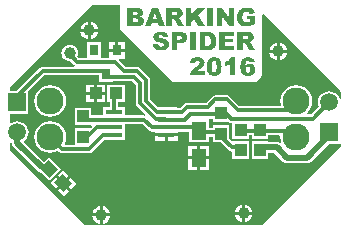
<source format=gtl>
%FSAX24Y24*%
%MOIN*%
G70*
G01*
G75*
G04 Layer_Physical_Order=1*
G04 Layer_Color=255*
%ADD10R,0.0500X0.0600*%
G04:AMPARAMS|DCode=11|XSize=39.4mil|YSize=43.3mil|CornerRadius=0mil|HoleSize=0mil|Usage=FLASHONLY|Rotation=225.000|XOffset=0mil|YOffset=0mil|HoleType=Round|Shape=Rectangle|*
%AMROTATEDRECTD11*
4,1,4,-0.0014,0.0292,0.0292,-0.0014,0.0014,-0.0292,-0.0292,0.0014,-0.0014,0.0292,0.0*
%
%ADD11ROTATEDRECTD11*%

%ADD12R,0.0394X0.0433*%
%ADD13R,0.0433X0.0394*%
%ADD14R,0.0310X0.0370*%
%ADD15R,0.0571X0.0177*%
%ADD16C,0.0197*%
%ADD17C,0.0118*%
%ADD18C,0.0900*%
%ADD19C,0.0591*%
%ADD20R,0.0591X0.0591*%
%ADD21C,0.0394*%
G36*
X003316Y005043D02*
X003784D01*
Y005059D01*
X004443D01*
X004559Y004943D01*
Y004331D01*
X004570Y004277D01*
X004601Y004232D01*
X004876Y003957D01*
X004852Y003912D01*
X004822Y003918D01*
X004198D01*
Y004201D01*
X003974D01*
Y004374D01*
X004180D01*
Y004926D01*
X003589D01*
Y004374D01*
X003693D01*
Y004201D01*
X003470D01*
Y003945D01*
Y003918D01*
X003076D01*
Y004180D01*
X002524D01*
Y003589D01*
X003075D01*
X003094Y003543D01*
X003062Y003511D01*
X002524D01*
Y002941D01*
X002210D01*
X002182Y002982D01*
X002215Y003062D01*
X002233Y003200D01*
X002215Y003338D01*
X002162Y003467D01*
X002077Y003577D01*
X001967Y003662D01*
X001838Y003715D01*
X001700Y003733D01*
X001562Y003715D01*
X001433Y003662D01*
X001323Y003577D01*
X001238Y003467D01*
X001185Y003338D01*
X001167Y003200D01*
X001185Y003062D01*
X001238Y002933D01*
X001323Y002823D01*
X001433Y002738D01*
X001562Y002685D01*
X001700Y002667D01*
X001838Y002685D01*
X001964Y002737D01*
X002001Y002701D01*
X002046Y002670D01*
X002100Y002659D01*
X003000D01*
X003054Y002670D01*
X003099Y002701D01*
X003498Y003099D01*
X004198D01*
Y003355D01*
Y003611D01*
Y003637D01*
X004764D01*
X004979Y003423D01*
X005024Y003392D01*
X005078Y003382D01*
X005181D01*
Y003316D01*
X005952D01*
Y003382D01*
X006321D01*
Y003021D01*
X006979D01*
Y003210D01*
X007124D01*
Y003020D01*
X007381D01*
X007651Y002751D01*
X007696Y002720D01*
X007750Y002709D01*
X007774D01*
Y002470D01*
X008326D01*
Y003061D01*
X007774D01*
X007774Y003061D01*
Y003061D01*
X007749Y003050D01*
X007676Y003123D01*
Y003611D01*
X007124D01*
Y003490D01*
X006979D01*
Y003779D01*
D01*
Y003779D01*
X007010Y003810D01*
X007124D01*
Y003689D01*
X007674D01*
X007684Y003682D01*
X007738Y003672D01*
X007774D01*
Y003139D01*
X008326D01*
Y003259D01*
X008424D01*
Y003139D01*
X008976D01*
Y003259D01*
X009337D01*
X009370Y003222D01*
X009367Y003200D01*
X009385Y003062D01*
X009403Y003018D01*
X009364Y002987D01*
X009319Y003017D01*
X009250Y003031D01*
X008976D01*
Y003061D01*
X008424D01*
Y002470D01*
X008976D01*
Y002669D01*
X009175D01*
X009472Y002372D01*
X009531Y002333D01*
X009600Y002319D01*
X010250D01*
X010319Y002333D01*
X010378Y002372D01*
X010981Y002976D01*
X011374D01*
D01*
X011374D01*
X011400Y002950D01*
Y002900D01*
X008750Y000250D01*
X002850D01*
X000350Y002750D01*
Y003014D01*
X000377Y003027D01*
X000419Y003001D01*
Y003000D01*
X000433Y002931D01*
X000472Y002872D01*
X001283Y002061D01*
X001342Y002022D01*
X001400Y002011D01*
X001677Y001733D01*
X002067Y002123D01*
X001649Y002540D01*
X001482Y002373D01*
X000840Y003015D01*
X000843Y003065D01*
X000867Y003083D01*
X000927Y003161D01*
X000964Y003252D01*
X000977Y003350D01*
X000964Y003448D01*
X000927Y003539D01*
X000867Y003617D01*
X000789Y003677D01*
X000698Y003714D01*
X000600Y003727D01*
X000502Y003714D01*
X000411Y003677D01*
X000395Y003664D01*
X000350Y003686D01*
Y003976D01*
X000974D01*
Y004724D01*
X000974Y004724D01*
X000974D01*
X000974Y004725D01*
X001508Y005260D01*
X003316D01*
Y005043D01*
D02*
G37*
G36*
X007832Y006571D02*
X007522D01*
Y006476D01*
X007809D01*
Y006354D01*
X007522D01*
Y006236D01*
X007841D01*
Y006100D01*
X007336D01*
Y006699D01*
X007832D01*
Y006571D01*
D02*
G37*
G36*
X006982Y006698D02*
X006989D01*
X007008Y006696D01*
X007030Y006694D01*
X007052Y006689D01*
X007074Y006684D01*
X007093Y006676D01*
X007094D01*
X007095Y006675D01*
X007102Y006672D01*
X007111Y006667D01*
X007123Y006660D01*
X007136Y006651D01*
X007150Y006640D01*
X007163Y006627D01*
X007176Y006613D01*
X007177Y006610D01*
X007182Y006605D01*
X007187Y006597D01*
X007195Y006585D01*
X007203Y006571D01*
X007210Y006555D01*
X007217Y006536D01*
X007223Y006516D01*
Y006515D01*
X007224Y006514D01*
Y006511D01*
X007225Y006507D01*
X007228Y006496D01*
X007231Y006481D01*
X007234Y006464D01*
X007236Y006444D01*
X007238Y006424D01*
X007239Y006401D01*
Y006399D01*
Y006396D01*
Y006392D01*
Y006385D01*
X007238Y006377D01*
Y006368D01*
X007235Y006346D01*
X007233Y006323D01*
X007229Y006298D01*
X007223Y006274D01*
X007216Y006252D01*
Y006251D01*
X007215Y006250D01*
X007211Y006243D01*
X007207Y006233D01*
X007200Y006221D01*
X007192Y006207D01*
X007181Y006193D01*
X007169Y006178D01*
X007154Y006163D01*
X007152Y006162D01*
X007148Y006158D01*
X007140Y006151D01*
X007130Y006144D01*
X007117Y006136D01*
X007104Y006128D01*
X007089Y006121D01*
X007072Y006115D01*
X007071D01*
X007070Y006114D01*
X007067D01*
X007063Y006113D01*
X007051Y006111D01*
X007035Y006108D01*
X007019Y006104D01*
X006999Y006102D01*
X006981Y006101D01*
X006961Y006100D01*
X006687D01*
Y006699D01*
X006974D01*
X006982Y006698D01*
D02*
G37*
G36*
X004030Y007600D02*
Y006850D01*
X004030Y006850D01*
X004039Y006804D01*
X004065Y006765D01*
X005765Y005065D01*
X005804Y005039D01*
X005850Y005030D01*
X008500D01*
X008500Y005030D01*
X008546Y005039D01*
X008585Y005065D01*
X008632Y005111D01*
X008661D01*
Y005141D01*
X008735Y005215D01*
X008761Y005254D01*
X008770Y005300D01*
X008770Y005300D01*
Y007264D01*
X008817Y007283D01*
X011400Y004700D01*
Y004490D01*
X011351Y004480D01*
X011327Y004539D01*
X011267Y004617D01*
X011189Y004677D01*
X011098Y004714D01*
X011000Y004727D01*
X010902Y004714D01*
X010811Y004677D01*
X010733Y004617D01*
X010673Y004539D01*
X010636Y004448D01*
X010623Y004350D01*
X010636Y004252D01*
X010656Y004204D01*
X010404Y003953D01*
X010263D01*
X010247Y004000D01*
X010277Y004023D01*
X010362Y004133D01*
X010415Y004262D01*
X010433Y004400D01*
X010415Y004538D01*
X010362Y004667D01*
X010277Y004777D01*
X010167Y004862D01*
X010038Y004915D01*
X009900Y004933D01*
X009762Y004915D01*
X009633Y004862D01*
X009523Y004777D01*
X009438Y004667D01*
X009385Y004538D01*
X009367Y004400D01*
X009383Y004278D01*
X009350Y004241D01*
X008008D01*
X007699Y004549D01*
X007654Y004580D01*
X007600Y004590D01*
X007200D01*
X007146Y004580D01*
X007101Y004549D01*
X006892Y004340D01*
X006250D01*
X006196Y004330D01*
X006151Y004299D01*
X006026Y004174D01*
X005930D01*
Y004201D01*
X005307D01*
X005037Y004471D01*
Y005103D01*
X005027Y005157D01*
X004996Y005203D01*
X004699Y005499D01*
X004654Y005530D01*
X004600Y005540D01*
X004208D01*
X003986Y005763D01*
X004005Y005809D01*
X004179D01*
Y006044D01*
X003669D01*
Y005840D01*
X003410D01*
Y006357D01*
X002942D01*
Y005840D01*
X002658D01*
X002604Y005894D01*
X002618Y005928D01*
X002628Y006000D01*
X002618Y006072D01*
X002591Y006139D01*
X002547Y006197D01*
X002489Y006241D01*
X002422Y006269D01*
X002350Y006278D01*
X002278Y006269D01*
X002211Y006241D01*
X002153Y006197D01*
X002109Y006139D01*
X002081Y006072D01*
X002072Y006000D01*
X002081Y005928D01*
X002109Y005861D01*
X002153Y005803D01*
X002211Y005759D01*
X002278Y005731D01*
X002350Y005722D01*
X002376Y005725D01*
X002501Y005601D01*
X002519Y005588D01*
X002505Y005540D01*
X001450D01*
X001396Y005530D01*
X001351Y005499D01*
X000575Y004724D01*
X000350D01*
Y004850D01*
X003100Y007600D01*
X004030D01*
X004030Y007600D01*
D02*
G37*
G36*
X006552Y006100D02*
X006366D01*
Y006699D01*
X006552D01*
Y006100D01*
D02*
G37*
G36*
X008280Y006698D02*
X008300Y006697D01*
X008321Y006696D01*
X008343Y006692D01*
X008363Y006689D01*
X008382Y006684D01*
X008384Y006683D01*
X008390Y006680D01*
X008398Y006677D01*
X008408Y006672D01*
X008420Y006664D01*
X008432Y006654D01*
X008444Y006643D01*
X008455Y006629D01*
X008456Y006627D01*
X008459Y006622D01*
X008464Y006614D01*
X008469Y006602D01*
X008475Y006587D01*
X008479Y006571D01*
X008482Y006553D01*
X008484Y006532D01*
Y006530D01*
Y006523D01*
X008482Y006514D01*
X008481Y006502D01*
X008478Y006489D01*
X008475Y006475D01*
X008469Y006460D01*
X008462Y006445D01*
X008461Y006444D01*
X008458Y006440D01*
X008453Y006433D01*
X008446Y006425D01*
X008438Y006416D01*
X008428Y006406D01*
X008416Y006396D01*
X008403Y006387D01*
X008402Y006386D01*
X008398Y006385D01*
X008393Y006382D01*
X008386Y006379D01*
X008376Y006375D01*
X008365Y006371D01*
X008352Y006368D01*
X008338Y006363D01*
X008339D01*
X008344Y006361D01*
X008349Y006359D01*
X008357Y006357D01*
X008372Y006349D01*
X008380Y006346D01*
X008386Y006342D01*
X008388Y006340D01*
X008391Y006338D01*
X008394Y006335D01*
X008398Y006331D01*
X008403Y006325D01*
X008409Y006319D01*
X008416Y006310D01*
X008417Y006309D01*
X008419Y006305D01*
X008422Y006301D01*
X008427Y006297D01*
X008435Y006284D01*
X008439Y006278D01*
X008442Y006273D01*
X008533Y006100D01*
X008323D01*
X008223Y006283D01*
X008222Y006284D01*
X008220Y006288D01*
X008217Y006295D01*
X008212Y006301D01*
X008202Y006316D01*
X008195Y006323D01*
X008190Y006328D01*
X008188Y006330D01*
X008186Y006331D01*
X008182Y006333D01*
X008176Y006336D01*
X008170Y006338D01*
X008162Y006340D01*
X008153Y006342D01*
X008144Y006343D01*
X008128D01*
Y006100D01*
X007943D01*
Y006699D01*
X008273D01*
X008280Y006698D01*
D02*
G37*
G36*
X007857Y005250D02*
X007689D01*
Y005648D01*
X007687Y005647D01*
X007682Y005642D01*
X007674Y005637D01*
X007664Y005629D01*
X007652Y005622D01*
X007638Y005613D01*
X007623Y005604D01*
X007609Y005596D01*
X007607Y005595D01*
X007603Y005593D01*
X007594Y005590D01*
X007583Y005586D01*
X007569Y005580D01*
X007553Y005574D01*
X007535Y005568D01*
X007514Y005562D01*
Y005697D01*
X007515D01*
X007517Y005698D01*
X007522Y005700D01*
X007528Y005701D01*
X007535Y005705D01*
X007544Y005708D01*
X007562Y005716D01*
X007583Y005725D01*
X007605Y005736D01*
X007627Y005748D01*
X007645Y005763D01*
X007646D01*
X007647Y005765D01*
X007653Y005769D01*
X007662Y005778D01*
X007673Y005790D01*
X007685Y005803D01*
X007697Y005819D01*
X007709Y005838D01*
X007720Y005859D01*
X007857D01*
Y005250D01*
D02*
G37*
G36*
X008321Y005858D02*
X008336Y005857D01*
X008355Y005854D01*
X008373Y005851D01*
X008392Y005847D01*
X008408Y005841D01*
X008410Y005840D01*
X008415Y005838D01*
X008422Y005835D01*
X008432Y005829D01*
X008443Y005823D01*
X008455Y005814D01*
X008466Y005804D01*
X008477Y005793D01*
X008478Y005792D01*
X008481Y005788D01*
X008487Y005780D01*
X008492Y005771D01*
X008500Y005759D01*
X008506Y005746D01*
X008513Y005730D01*
X008520Y005712D01*
X008355Y005693D01*
Y005694D01*
X008353Y005698D01*
X008351Y005705D01*
X008349Y005711D01*
X008341Y005728D01*
X008337Y005734D01*
X008332Y005741D01*
X008331Y005742D01*
X008329Y005743D01*
X008326Y005745D01*
X008322Y005748D01*
X008310Y005754D01*
X008302Y005755D01*
X008294Y005756D01*
X008292D01*
X008288Y005755D01*
X008280Y005754D01*
X008271Y005751D01*
X008261Y005746D01*
X008251Y005739D01*
X008240Y005729D01*
X008231Y005715D01*
X008230Y005713D01*
X008229Y005708D01*
X008226Y005700D01*
X008223Y005695D01*
X008222Y005688D01*
X008220Y005680D01*
X008218Y005671D01*
X008216Y005661D01*
X008214Y005649D01*
X008212Y005636D01*
X008210Y005622D01*
X008208Y005606D01*
X008207Y005589D01*
X008208Y005590D01*
X008212Y005594D01*
X008218Y005600D01*
X008226Y005606D01*
X008235Y005613D01*
X008245Y005621D01*
X008256Y005628D01*
X008268Y005634D01*
X008269Y005635D01*
X008274Y005636D01*
X008280Y005638D01*
X008289Y005641D01*
X008300Y005645D01*
X008312Y005647D01*
X008326Y005648D01*
X008340Y005649D01*
X008348D01*
X008353Y005648D01*
X008361Y005647D01*
X008369Y005646D01*
X008387Y005641D01*
X008409Y005635D01*
X008432Y005625D01*
X008444Y005618D01*
X008455Y005611D01*
X008466Y005601D01*
X008477Y005591D01*
X008478Y005590D01*
X008479Y005589D01*
X008482Y005586D01*
X008486Y005581D01*
X008490Y005576D01*
X008494Y005568D01*
X008500Y005560D01*
X008505Y005552D01*
X008515Y005531D01*
X008524Y005506D01*
X008531Y005478D01*
X008532Y005463D01*
X008533Y005447D01*
Y005446D01*
Y005445D01*
Y005441D01*
Y005437D01*
X008532Y005426D01*
X008529Y005411D01*
X008526Y005394D01*
X008521Y005376D01*
X008514Y005357D01*
X008504Y005339D01*
X008503Y005336D01*
X008499Y005331D01*
X008492Y005322D01*
X008484Y005311D01*
X008473Y005299D01*
X008459Y005286D01*
X008443Y005275D01*
X008426Y005264D01*
X008423Y005263D01*
X008417Y005261D01*
X008406Y005257D01*
X008392Y005252D01*
X008374Y005248D01*
X008352Y005243D01*
X008328Y005241D01*
X008302Y005240D01*
X008287D01*
X008279Y005241D01*
X008270Y005242D01*
X008251Y005245D01*
X008228Y005248D01*
X008204Y005253D01*
X008180Y005261D01*
X008158Y005271D01*
X008157D01*
X008156Y005272D01*
X008149Y005276D01*
X008139Y005284D01*
X008126Y005295D01*
X008113Y005308D01*
X008098Y005324D01*
X008084Y005345D01*
X008070Y005368D01*
Y005369D01*
X008069Y005371D01*
X008067Y005375D01*
X008066Y005380D01*
X008063Y005387D01*
X008061Y005395D01*
X008057Y005404D01*
X008055Y005415D01*
X008052Y005427D01*
X008049Y005441D01*
X008046Y005455D01*
X008044Y005472D01*
X008042Y005488D01*
X008040Y005507D01*
X008039Y005525D01*
Y005546D01*
Y005548D01*
Y005554D01*
Y005562D01*
X008040Y005572D01*
X008041Y005586D01*
X008042Y005601D01*
X008044Y005618D01*
X008047Y005637D01*
X008055Y005675D01*
X008061Y005695D01*
X008067Y005715D01*
X008075Y005733D01*
X008085Y005752D01*
X008094Y005768D01*
X008106Y005783D01*
X008108Y005784D01*
X008110Y005787D01*
X008113Y005790D01*
X008118Y005795D01*
X008126Y005801D01*
X008135Y005807D01*
X008145Y005814D01*
X008156Y005822D01*
X008169Y005828D01*
X008183Y005835D01*
X008198Y005841D01*
X008215Y005847D01*
X008233Y005852D01*
X008253Y005856D01*
X008274Y005858D01*
X008296Y005859D01*
X008308D01*
X008321Y005858D01*
D02*
G37*
G36*
X006625D02*
X006634D01*
X006654Y005857D01*
X006676Y005853D01*
X006699Y005850D01*
X006721Y005845D01*
X006740Y005838D01*
X006741D01*
X006742Y005837D01*
X006748Y005835D01*
X006758Y005829D01*
X006769Y005823D01*
X006781Y005814D01*
X006794Y005804D01*
X006807Y005791D01*
X006818Y005777D01*
X006819Y005775D01*
X006822Y005769D01*
X006827Y005762D01*
X006832Y005749D01*
X006837Y005736D01*
X006842Y005720D01*
X006845Y005702D01*
X006846Y005684D01*
Y005683D01*
Y005682D01*
Y005678D01*
Y005675D01*
X006844Y005664D01*
X006842Y005650D01*
X006839Y005635D01*
X006832Y005616D01*
X006824Y005598D01*
X006813Y005579D01*
X006812Y005577D01*
X006807Y005570D01*
X006799Y005560D01*
X006787Y005547D01*
X006771Y005531D01*
X006761Y005522D01*
X006751Y005512D01*
X006739Y005502D01*
X006726Y005492D01*
X006712Y005481D01*
X006696Y005470D01*
X006694Y005469D01*
X006689Y005464D01*
X006680Y005458D01*
X006669Y005450D01*
X006658Y005442D01*
X006646Y005435D01*
X006636Y005427D01*
X006629Y005421D01*
X006628Y005419D01*
X006625Y005418D01*
X006622Y005415D01*
X006618Y005412D01*
X006606Y005400D01*
X006589Y005386D01*
X006851D01*
Y005250D01*
X006350D01*
Y005251D01*
Y005253D01*
X006351Y005258D01*
X006352Y005262D01*
X006353Y005269D01*
X006354Y005276D01*
X006360Y005295D01*
X006366Y005316D01*
X006375Y005339D01*
X006387Y005364D01*
X006401Y005388D01*
X006402Y005389D01*
X006404Y005391D01*
X006406Y005394D01*
X006410Y005400D01*
X006416Y005405D01*
X006421Y005413D01*
X006430Y005422D01*
X006439Y005431D01*
X006448Y005442D01*
X006460Y005454D01*
X006474Y005466D01*
X006489Y005481D01*
X006505Y005495D01*
X006524Y005510D01*
X006543Y005525D01*
X006565Y005542D01*
X006566Y005543D01*
X006569Y005544D01*
X006572Y005547D01*
X006577Y005551D01*
X006589Y005560D01*
X006605Y005572D01*
X006620Y005587D01*
X006636Y005600D01*
X006649Y005613D01*
X006655Y005619D01*
X006659Y005625D01*
X006660Y005626D01*
X006663Y005629D01*
X006666Y005635D01*
X006670Y005642D01*
X006674Y005650D01*
X006677Y005660D01*
X006679Y005669D01*
X006680Y005678D01*
Y005680D01*
Y005683D01*
X006679Y005688D01*
X006678Y005695D01*
X006675Y005702D01*
X006671Y005710D01*
X006666Y005718D01*
X006659Y005725D01*
X006658Y005727D01*
X006656Y005729D01*
X006652Y005732D01*
X006645Y005735D01*
X006637Y005739D01*
X006629Y005742D01*
X006619Y005744D01*
X006608Y005745D01*
X006602D01*
X006597Y005744D01*
X006589Y005743D01*
X006582Y005740D01*
X006573Y005736D01*
X006564Y005731D01*
X006555Y005724D01*
X006554Y005723D01*
X006552Y005721D01*
X006549Y005716D01*
X006545Y005708D01*
X006540Y005698D01*
X006536Y005686D01*
X006533Y005672D01*
X006529Y005654D01*
X006362Y005668D01*
Y005669D01*
Y005671D01*
X006363Y005674D01*
X006364Y005680D01*
X006366Y005692D01*
X006370Y005708D01*
X006375Y005725D01*
X006381Y005743D01*
X006388Y005760D01*
X006397Y005777D01*
X006398Y005779D01*
X006401Y005783D01*
X006408Y005790D01*
X006417Y005799D01*
X006427Y005809D01*
X006440Y005818D01*
X006454Y005828D01*
X006471Y005837D01*
X006472D01*
X006474Y005838D01*
X006480Y005840D01*
X006491Y005843D01*
X006506Y005848D01*
X006525Y005852D01*
X006548Y005856D01*
X006574Y005858D01*
X006604Y005859D01*
X006618D01*
X006625Y005858D01*
D02*
G37*
G36*
X005413Y006708D02*
X005423D01*
X005434Y006707D01*
X005446Y006706D01*
X005459Y006703D01*
X005488Y006698D01*
X005517Y006690D01*
X005544Y006679D01*
X005558Y006673D01*
X005570Y006665D01*
X005571D01*
X005572Y006663D01*
X005579Y006657D01*
X005589Y006647D01*
X005601Y006632D01*
X005608Y006624D01*
X005613Y006614D01*
X005620Y006602D01*
X005625Y006590D01*
X005631Y006577D01*
X005635Y006562D01*
X005638Y006546D01*
X005642Y006530D01*
X005467Y006520D01*
Y006522D01*
X005466Y006526D01*
X005464Y006534D01*
X005460Y006543D01*
X005456Y006551D01*
X005452Y006561D01*
X005445Y006571D01*
X005437Y006579D01*
X005436Y006580D01*
X005433Y006582D01*
X005429Y006584D01*
X005422Y006589D01*
X005413Y006592D01*
X005402Y006594D01*
X005390Y006596D01*
X005376Y006597D01*
X005371D01*
X005365Y006596D01*
X005358Y006595D01*
X005341Y006592D01*
X005334Y006587D01*
X005327Y006583D01*
X005326Y006582D01*
X005325Y006581D01*
X005319Y006574D01*
X005314Y006563D01*
X005313Y006557D01*
X005312Y006550D01*
Y006549D01*
Y006548D01*
X005314Y006542D01*
X005317Y006533D01*
X005320Y006528D01*
X005325Y006524D01*
X005326D01*
X005328Y006522D01*
X005331Y006520D01*
X005338Y006516D01*
X005346Y006513D01*
X005356Y006510D01*
X005370Y006506D01*
X005386Y006502D01*
X005387D01*
X005391Y006501D01*
X005398Y006500D01*
X005406Y006498D01*
X005415Y006496D01*
X005428Y006492D01*
X005441Y006489D01*
X005454Y006486D01*
X005482Y006478D01*
X005512Y006468D01*
X005538Y006459D01*
X005550Y006454D01*
X005561Y006449D01*
X005562D01*
X005563Y006448D01*
X005570Y006444D01*
X005578Y006439D01*
X005590Y006431D01*
X005602Y006421D01*
X005616Y006410D01*
X005628Y006397D01*
X005637Y006383D01*
X005638Y006381D01*
X005641Y006377D01*
X005645Y006368D01*
X005649Y006357D01*
X005654Y006344D01*
X005658Y006330D01*
X005660Y006312D01*
X005661Y006295D01*
Y006293D01*
Y006292D01*
Y006289D01*
Y006285D01*
X005659Y006274D01*
X005657Y006260D01*
X005654Y006243D01*
X005647Y006225D01*
X005640Y006206D01*
X005629Y006187D01*
X005628Y006185D01*
X005623Y006180D01*
X005616Y006171D01*
X005606Y006160D01*
X005593Y006148D01*
X005577Y006136D01*
X005560Y006125D01*
X005539Y006114D01*
X005538D01*
X005537Y006113D01*
X005534Y006112D01*
X005529Y006111D01*
X005524Y006109D01*
X005516Y006107D01*
X005508Y006104D01*
X005500Y006102D01*
X005479Y006098D01*
X005454Y006093D01*
X005426Y006091D01*
X005395Y006090D01*
X005381D01*
X005370Y006091D01*
X005358Y006092D01*
X005343Y006093D01*
X005328Y006095D01*
X005311Y006098D01*
X005276Y006104D01*
X005241Y006114D01*
X005224Y006121D01*
X005209Y006130D01*
X005195Y006138D01*
X005183Y006148D01*
X005182Y006149D01*
X005180Y006151D01*
X005177Y006155D01*
X005174Y006159D01*
X005170Y006164D01*
X005164Y006171D01*
X005159Y006180D01*
X005153Y006189D01*
X005141Y006210D01*
X005130Y006237D01*
X005123Y006265D01*
X005119Y006281D01*
X005117Y006298D01*
X005293Y006310D01*
Y006308D01*
X005294Y006302D01*
X005295Y006295D01*
X005299Y006286D01*
X005305Y006264D01*
X005311Y006253D01*
X005316Y006244D01*
X005317Y006243D01*
X005321Y006239D01*
X005328Y006233D01*
X005337Y006227D01*
X005349Y006219D01*
X005363Y006214D01*
X005379Y006209D01*
X005398Y006208D01*
X005405D01*
X005411Y006209D01*
X005421Y006210D01*
X005431Y006213D01*
X005441Y006216D01*
X005450Y006220D01*
X005459Y006226D01*
X005460Y006227D01*
X005462Y006229D01*
X005466Y006233D01*
X005470Y006238D01*
X005475Y006244D01*
X005478Y006252D01*
X005480Y006261D01*
X005481Y006269D01*
Y006271D01*
Y006274D01*
X005480Y006278D01*
X005479Y006284D01*
X005476Y006290D01*
X005472Y006297D01*
X005467Y006304D01*
X005460Y006311D01*
X005459Y006312D01*
X005456Y006314D01*
X005449Y006318D01*
X005441Y006322D01*
X005428Y006327D01*
X005411Y006334D01*
X005401Y006337D01*
X005390Y006339D01*
X005378Y006343D01*
X005365Y006346D01*
X005364D01*
X005360Y006347D01*
X005353Y006349D01*
X005346Y006350D01*
X005336Y006354D01*
X005324Y006357D01*
X005312Y006360D01*
X005299Y006365D01*
X005269Y006375D01*
X005241Y006387D01*
X005214Y006402D01*
X005202Y006409D01*
X005191Y006418D01*
Y006419D01*
X005189Y006420D01*
X005184Y006426D01*
X005175Y006436D01*
X005166Y006450D01*
X005156Y006466D01*
X005148Y006486D01*
X005142Y006508D01*
X005141Y006520D01*
X005140Y006533D01*
Y006534D01*
Y006535D01*
Y006540D01*
X005141Y006550D01*
X005143Y006561D01*
X005147Y006574D01*
X005151Y006590D01*
X005158Y006605D01*
X005166Y006620D01*
X005167Y006622D01*
X005172Y006627D01*
X005178Y006634D01*
X005187Y006644D01*
X005198Y006654D01*
X005212Y006665D01*
X005229Y006675D01*
X005247Y006685D01*
X005248D01*
X005249Y006686D01*
X005253Y006687D01*
X005257Y006688D01*
X005262Y006690D01*
X005269Y006692D01*
X005277Y006695D01*
X005285Y006697D01*
X005295Y006699D01*
X005307Y006701D01*
X005332Y006706D01*
X005362Y006708D01*
X005395Y006709D01*
X005406D01*
X005413Y006708D01*
D02*
G37*
G36*
X007191Y005858D02*
X007205Y005857D01*
X007220Y005856D01*
X007236Y005852D01*
X007253Y005849D01*
X007268Y005843D01*
X007270Y005842D01*
X007275Y005841D01*
X007282Y005837D01*
X007291Y005833D01*
X007301Y005827D01*
X007312Y005821D01*
X007322Y005813D01*
X007332Y005804D01*
X007333Y005803D01*
X007336Y005800D01*
X007340Y005795D01*
X007346Y005789D01*
X007352Y005782D01*
X007359Y005774D01*
X007371Y005754D01*
X007372Y005753D01*
X007373Y005749D01*
X007376Y005744D01*
X007380Y005736D01*
X007383Y005728D01*
X007386Y005717D01*
X007391Y005706D01*
X007394Y005693D01*
Y005692D01*
X007395Y005689D01*
X007396Y005686D01*
X007397Y005681D01*
X007398Y005675D01*
X007399Y005668D01*
X007403Y005650D01*
X007406Y005629D01*
X007409Y005606D01*
X007410Y005580D01*
X007411Y005554D01*
Y005552D01*
Y005546D01*
Y005539D01*
X007410Y005528D01*
X007409Y005513D01*
X007408Y005498D01*
X007407Y005482D01*
X007405Y005463D01*
X007398Y005424D01*
X007388Y005384D01*
X007382Y005366D01*
X007374Y005347D01*
X007365Y005331D01*
X007356Y005316D01*
X007354Y005314D01*
X007353Y005312D01*
X007350Y005309D01*
X007345Y005304D01*
X007338Y005298D01*
X007330Y005292D01*
X007322Y005285D01*
X007311Y005278D01*
X007299Y005271D01*
X007285Y005264D01*
X007269Y005258D01*
X007252Y005252D01*
X007233Y005247D01*
X007212Y005243D01*
X007189Y005241D01*
X007165Y005240D01*
X007152D01*
X007146Y005241D01*
X007139D01*
X007122Y005243D01*
X007102Y005246D01*
X007081Y005250D01*
X007060Y005257D01*
X007042Y005264D01*
X007040Y005265D01*
X007034Y005269D01*
X007025Y005274D01*
X007016Y005282D01*
X007003Y005292D01*
X006991Y005304D01*
X006977Y005318D01*
X006965Y005334D01*
X006964Y005335D01*
X006962Y005341D01*
X006958Y005347D01*
X006953Y005358D01*
X006948Y005370D01*
X006942Y005386D01*
X006937Y005404D01*
X006933Y005424D01*
Y005425D01*
Y005426D01*
X006931Y005429D01*
X006930Y005434D01*
X006929Y005446D01*
X006927Y005462D01*
X006925Y005481D01*
X006923Y005502D01*
X006922Y005527D01*
X006921Y005552D01*
Y005554D01*
Y005559D01*
Y005568D01*
X006922Y005579D01*
X006923Y005593D01*
X006924Y005610D01*
X006926Y005627D01*
X006928Y005646D01*
X006936Y005685D01*
X006947Y005724D01*
X006953Y005743D01*
X006962Y005760D01*
X006971Y005776D01*
X006982Y005790D01*
X006983Y005791D01*
X006985Y005793D01*
X006988Y005796D01*
X006994Y005801D01*
X007000Y005806D01*
X007008Y005812D01*
X007018Y005818D01*
X007029Y005825D01*
X007041Y005830D01*
X007055Y005837D01*
X007070Y005842D01*
X007087Y005848D01*
X007105Y005852D01*
X007125Y005856D01*
X007147Y005858D01*
X007170Y005859D01*
X007180D01*
X007191Y005858D01*
D02*
G37*
G36*
X006077Y006698D02*
X006085D01*
X006095Y006697D01*
X006117Y006694D01*
X006141Y006687D01*
X006166Y006678D01*
X006190Y006667D01*
X006201Y006660D01*
X006211Y006651D01*
X006212D01*
X006213Y006649D01*
X006216Y006645D01*
X006219Y006642D01*
X006228Y006631D01*
X006236Y006616D01*
X006245Y006596D01*
X006254Y006573D01*
X006259Y006546D01*
X006261Y006532D01*
Y006515D01*
Y006514D01*
Y006511D01*
Y006507D01*
X006260Y006500D01*
Y006492D01*
X006258Y006484D01*
X006255Y006464D01*
X006248Y006441D01*
X006239Y006417D01*
X006232Y006405D01*
X006225Y006394D01*
X006217Y006383D01*
X006207Y006373D01*
X006206D01*
X006205Y006371D01*
X006201Y006369D01*
X006197Y006366D01*
X006190Y006361D01*
X006184Y006357D01*
X006175Y006352D01*
X006165Y006348D01*
X006154Y006344D01*
X006142Y006339D01*
X006128Y006335D01*
X006113Y006331D01*
X006096Y006327D01*
X006079Y006325D01*
X006060Y006324D01*
X006040Y006323D01*
X005939D01*
Y006100D01*
X005753D01*
Y006699D01*
X006070D01*
X006077Y006698D01*
D02*
G37*
G36*
X007822Y006900D02*
X007647D01*
X007422Y007230D01*
Y006900D01*
X007248D01*
Y007499D01*
X007420D01*
X007647Y007167D01*
Y007499D01*
X007822D01*
Y006900D01*
D02*
G37*
G36*
X005514D02*
X005319D01*
X005290Y006998D01*
X005080D01*
X005050Y006900D01*
X004861D01*
X005085Y007499D01*
X005289D01*
X005514Y006900D01*
D02*
G37*
G36*
X004631Y007498D02*
X004638D01*
X004646Y007497D01*
X004666Y007494D01*
X004688Y007488D01*
X004709Y007480D01*
X004730Y007469D01*
X004750Y007455D01*
X004751D01*
X004752Y007453D01*
X004757Y007448D01*
X004765Y007439D01*
X004774Y007426D01*
X004782Y007410D01*
X004789Y007393D01*
X004795Y007372D01*
X004797Y007361D01*
Y007349D01*
Y007348D01*
Y007347D01*
Y007340D01*
X004795Y007331D01*
X004792Y007319D01*
X004788Y007304D01*
X004783Y007289D01*
X004774Y007274D01*
X004763Y007258D01*
X004762Y007257D01*
X004759Y007254D01*
X004754Y007250D01*
X004747Y007244D01*
X004738Y007238D01*
X004727Y007231D01*
X004714Y007225D01*
X004698Y007218D01*
X004700D01*
X004702Y007217D01*
X004705D01*
X004709Y007215D01*
X004720Y007211D01*
X004735Y007206D01*
X004750Y007198D01*
X004766Y007189D01*
X004780Y007178D01*
X004794Y007165D01*
X004795Y007162D01*
X004798Y007158D01*
X004803Y007149D01*
X004809Y007138D01*
X004814Y007125D01*
X004820Y007109D01*
X004823Y007090D01*
X004824Y007069D01*
Y007067D01*
Y007062D01*
X004823Y007053D01*
X004822Y007042D01*
X004819Y007029D01*
X004815Y007015D01*
X004810Y007001D01*
X004802Y006986D01*
X004801Y006985D01*
X004798Y006980D01*
X004794Y006973D01*
X004787Y006966D01*
X004778Y006956D01*
X004767Y006946D01*
X004755Y006936D01*
X004742Y006927D01*
X004741D01*
X004738Y006925D01*
X004732Y006923D01*
X004725Y006920D01*
X004715Y006916D01*
X004703Y006913D01*
X004689Y006911D01*
X004672Y006908D01*
X004670D01*
X004667Y006907D01*
X004662D01*
X004651Y006905D01*
X004638Y006904D01*
X004624Y006902D01*
X004611Y006901D01*
X004599Y006900D01*
X004270D01*
Y007499D01*
X004625D01*
X004631Y007498D01*
D02*
G37*
G36*
X007115Y006900D02*
X006929D01*
Y007499D01*
X007115D01*
Y006900D01*
D02*
G37*
G36*
X008279Y007508D02*
X008301Y007507D01*
X008325Y007504D01*
X008350Y007501D01*
X008373Y007497D01*
X008384Y007494D01*
X008394Y007490D01*
X008395D01*
X008396Y007489D01*
X008403Y007487D01*
X008411Y007483D01*
X008422Y007477D01*
X008435Y007469D01*
X008450Y007460D01*
X008463Y007448D01*
X008476Y007434D01*
X008477Y007432D01*
X008481Y007428D01*
X008487Y007419D01*
X008494Y007408D01*
X008502Y007395D01*
X008511Y007379D01*
X008519Y007360D01*
X008525Y007339D01*
X008347Y007308D01*
Y007309D01*
X008345Y007313D01*
X008341Y007320D01*
X008338Y007327D01*
X008333Y007335D01*
X008326Y007344D01*
X008317Y007351D01*
X008309Y007359D01*
X008308Y007360D01*
X008304Y007362D01*
X008298Y007365D01*
X008290Y007369D01*
X008280Y007372D01*
X008269Y007374D01*
X008256Y007377D01*
X008241Y007378D01*
X008235D01*
X008231Y007377D01*
X008220Y007375D01*
X008206Y007372D01*
X008191Y007368D01*
X008174Y007360D01*
X008158Y007349D01*
X008144Y007335D01*
X008143Y007333D01*
X008138Y007327D01*
X008133Y007316D01*
X008126Y007302D01*
X008118Y007284D01*
X008116Y007273D01*
X008113Y007261D01*
X008111Y007248D01*
X008109Y007233D01*
X008108Y007218D01*
Y007202D01*
Y007201D01*
Y007197D01*
Y007193D01*
X008109Y007186D01*
Y007178D01*
X008110Y007169D01*
X008112Y007148D01*
X008116Y007125D01*
X008123Y007102D01*
X008132Y007080D01*
X008137Y007072D01*
X008144Y007063D01*
X008146Y007061D01*
X008150Y007056D01*
X008159Y007050D01*
X008171Y007042D01*
X008185Y007034D01*
X008203Y007028D01*
X008223Y007024D01*
X008246Y007021D01*
X008257D01*
X008265Y007022D01*
X008275Y007024D01*
X008285Y007025D01*
X008305Y007030D01*
X008306D01*
X008311Y007032D01*
X008316Y007034D01*
X008324Y007038D01*
X008334Y007041D01*
X008345Y007046D01*
X008358Y007053D01*
X008371Y007061D01*
Y007118D01*
X008246D01*
Y007242D01*
X008533D01*
Y006986D01*
X008532Y006985D01*
X008529Y006984D01*
X008525Y006981D01*
X008519Y006978D01*
X008512Y006973D01*
X008503Y006968D01*
X008484Y006956D01*
X008461Y006944D01*
X008435Y006931D01*
X008410Y006919D01*
X008386Y006910D01*
X008385D01*
X008383Y006909D01*
X008380Y006908D01*
X008375Y006907D01*
X008369Y006905D01*
X008362Y006903D01*
X008353Y006902D01*
X008345Y006900D01*
X008323Y006897D01*
X008297Y006893D01*
X008268Y006891D01*
X008237Y006890D01*
X008227D01*
X008219Y006891D01*
X008209D01*
X008199Y006892D01*
X008187Y006893D01*
X008174Y006895D01*
X008147Y006899D01*
X008117Y006905D01*
X008089Y006914D01*
X008062Y006926D01*
X008061D01*
X008058Y006928D01*
X008055Y006931D01*
X008051Y006933D01*
X008039Y006942D01*
X008023Y006954D01*
X008007Y006968D01*
X007990Y006986D01*
X007973Y007008D01*
X007958Y007033D01*
Y007034D01*
X007957Y007037D01*
X007955Y007041D01*
X007952Y007046D01*
X007949Y007053D01*
X007947Y007061D01*
X007944Y007071D01*
X007940Y007081D01*
X007936Y007092D01*
X007933Y007105D01*
X007927Y007134D01*
X007923Y007166D01*
X007922Y007199D01*
Y007201D01*
Y007204D01*
Y007209D01*
X007923Y007216D01*
Y007225D01*
X007924Y007234D01*
X007925Y007245D01*
X007927Y007257D01*
X007932Y007284D01*
X007939Y007312D01*
X007949Y007340D01*
X007962Y007369D01*
Y007370D01*
X007964Y007372D01*
X007967Y007375D01*
X007970Y007381D01*
X007979Y007394D01*
X007992Y007410D01*
X008009Y007428D01*
X008029Y007447D01*
X008053Y007464D01*
X008080Y007479D01*
X008081D01*
X008084Y007480D01*
X008087Y007483D01*
X008091Y007484D01*
X008098Y007486D01*
X008105Y007489D01*
X008114Y007491D01*
X008124Y007495D01*
X008135Y007497D01*
X008148Y007499D01*
X008161Y007502D01*
X008175Y007504D01*
X008192Y007507D01*
X008208Y007508D01*
X008245Y007509D01*
X008270D01*
X008279Y007508D01*
D02*
G37*
G36*
X006631Y007273D02*
X006860Y006900D01*
X006632D01*
X006505Y007145D01*
X006410Y007045D01*
Y006900D01*
X006225D01*
Y007499D01*
X006410D01*
Y007272D01*
X006604Y007499D01*
X006851D01*
X006631Y007273D01*
D02*
G37*
G36*
X005913Y007498D02*
X005932Y007497D01*
X005953Y007496D01*
X005975Y007492D01*
X005996Y007489D01*
X006014Y007484D01*
X006017Y007483D01*
X006022Y007480D01*
X006031Y007477D01*
X006041Y007472D01*
X006053Y007464D01*
X006065Y007454D01*
X006077Y007443D01*
X006088Y007429D01*
X006089Y007427D01*
X006092Y007422D01*
X006096Y007414D01*
X006102Y007402D01*
X006107Y007387D01*
X006112Y007371D01*
X006115Y007352D01*
X006116Y007332D01*
Y007330D01*
Y007323D01*
X006115Y007314D01*
X006114Y007302D01*
X006111Y007289D01*
X006107Y007275D01*
X006102Y007260D01*
X006094Y007245D01*
X006093Y007244D01*
X006091Y007240D01*
X006085Y007233D01*
X006079Y007225D01*
X006070Y007216D01*
X006060Y007206D01*
X006048Y007196D01*
X006035Y007187D01*
X006034Y007186D01*
X006031Y007185D01*
X006025Y007182D01*
X006019Y007179D01*
X006009Y007175D01*
X005998Y007171D01*
X005985Y007168D01*
X005971Y007163D01*
X005972D01*
X005976Y007161D01*
X005982Y007159D01*
X005989Y007157D01*
X006005Y007149D01*
X006012Y007146D01*
X006019Y007142D01*
X006021Y007140D01*
X006023Y007138D01*
X006026Y007135D01*
X006031Y007131D01*
X006035Y007125D01*
X006042Y007119D01*
X006048Y007110D01*
X006049Y007109D01*
X006052Y007105D01*
X006055Y007101D01*
X006059Y007097D01*
X006068Y007084D01*
X006071Y007078D01*
X006075Y007073D01*
X006165Y006900D01*
X005955D01*
X005856Y007083D01*
X005855Y007084D01*
X005853Y007088D01*
X005849Y007095D01*
X005845Y007101D01*
X005834Y007116D01*
X005828Y007123D01*
X005822Y007128D01*
X005821Y007130D01*
X005819Y007131D01*
X005814Y007133D01*
X005809Y007136D01*
X005802Y007138D01*
X005795Y007140D01*
X005786Y007142D01*
X005776Y007143D01*
X005761D01*
Y006900D01*
X005575D01*
Y007499D01*
X005905D01*
X005913Y007498D01*
D02*
G37*
%LPC*%
G36*
X008294Y005546D02*
X008289D01*
X008282Y005545D01*
X008274Y005543D01*
X008265Y005540D01*
X008255Y005535D01*
X008245Y005529D01*
X008235Y005520D01*
X008234Y005519D01*
X008232Y005516D01*
X008228Y005509D01*
X008224Y005501D01*
X008220Y005492D01*
X008216Y005478D01*
X008214Y005464D01*
X008212Y005447D01*
Y005445D01*
Y005439D01*
X008214Y005430D01*
X008216Y005419D01*
X008218Y005407D01*
X008222Y005394D01*
X008229Y005382D01*
X008237Y005371D01*
X008238Y005370D01*
X008241Y005367D01*
X008246Y005363D01*
X008254Y005358D01*
X008263Y005353D01*
X008273Y005348D01*
X008285Y005345D01*
X008298Y005344D01*
X008303D01*
X008310Y005345D01*
X008317Y005347D01*
X008325Y005349D01*
X008335Y005354D01*
X008344Y005360D01*
X008352Y005368D01*
X008353Y005369D01*
X008356Y005372D01*
X008360Y005379D01*
X008364Y005387D01*
X008368Y005398D01*
X008372Y005410D01*
X008374Y005425D01*
X008375Y005442D01*
Y005443D01*
Y005445D01*
Y005451D01*
X008374Y005460D01*
X008372Y005471D01*
X008370Y005483D01*
X008365Y005496D01*
X008359Y005508D01*
X008351Y005519D01*
X008350Y005520D01*
X008347Y005523D01*
X008343Y005528D01*
X008336Y005533D01*
X008327Y005537D01*
X008317Y005542D01*
X008306Y005545D01*
X008294Y005546D01*
D02*
G37*
G36*
X003693Y000550D02*
X003450D01*
Y000307D01*
X003477Y000311D01*
X003550Y000341D01*
X003612Y000388D01*
X003659Y000450D01*
X003689Y000523D01*
X003693Y000550D01*
D02*
G37*
G36*
X008100Y000600D02*
X007857D01*
X007861Y000573D01*
X007891Y000500D01*
X007938Y000438D01*
X008000Y000391D01*
X008073Y000361D01*
X008100Y000357D01*
Y000600D01*
D02*
G37*
G36*
X007164Y005748D02*
X007162D01*
X007158Y005747D01*
X007150Y005746D01*
X007141Y005743D01*
X007131Y005739D01*
X007122Y005731D01*
X007112Y005720D01*
X007104Y005706D01*
X007103Y005704D01*
X007102Y005701D01*
X007101Y005697D01*
X007100Y005693D01*
X007099Y005687D01*
X007097Y005680D01*
X007095Y005671D01*
X007093Y005661D01*
X007091Y005650D01*
X007090Y005637D01*
X007089Y005624D01*
X007088Y005607D01*
X007087Y005591D01*
X007086Y005572D01*
Y005552D01*
Y005551D01*
Y005546D01*
Y005541D01*
Y005533D01*
X007087Y005524D01*
Y005513D01*
X007088Y005489D01*
X007090Y005463D01*
X007094Y005437D01*
X007097Y005425D01*
X007099Y005414D01*
X007102Y005404D01*
X007105Y005395D01*
X007106Y005393D01*
X007110Y005389D01*
X007114Y005382D01*
X007121Y005375D01*
X007129Y005367D01*
X007139Y005360D01*
X007151Y005356D01*
X007164Y005354D01*
X007169D01*
X007174Y005355D01*
X007180Y005356D01*
X007187Y005358D01*
X007194Y005361D01*
X007201Y005366D01*
X007209Y005371D01*
X007210Y005372D01*
X007212Y005375D01*
X007216Y005379D01*
X007220Y005384D01*
X007224Y005393D01*
X007229Y005402D01*
X007233Y005414D01*
X007236Y005427D01*
Y005429D01*
X007238Y005435D01*
X007240Y005443D01*
X007242Y005457D01*
X007243Y005473D01*
X007245Y005494D01*
X007246Y005518D01*
Y005546D01*
Y005547D01*
Y005552D01*
Y005557D01*
Y005566D01*
X007245Y005575D01*
Y005587D01*
X007244Y005611D01*
X007241Y005638D01*
X007238Y005664D01*
X007235Y005676D01*
X007232Y005688D01*
X007229Y005698D01*
X007225Y005707D01*
X007224Y005709D01*
X007221Y005713D01*
X007217Y005720D01*
X007210Y005728D01*
X007201Y005735D01*
X007191Y005742D01*
X007178Y005746D01*
X007164Y005748D01*
D02*
G37*
G36*
X003350Y000550D02*
X003107D01*
X003111Y000523D01*
X003141Y000450D01*
X003188Y000388D01*
X003250Y000341D01*
X003323Y000311D01*
X003350Y000307D01*
Y000550D01*
D02*
G37*
G36*
X005185Y007343D02*
X005119Y007128D01*
X005250D01*
X005185Y007343D01*
D02*
G37*
G36*
X005842Y007378D02*
X005761D01*
Y007256D01*
X005845D01*
X005849Y007257D01*
X005856Y007258D01*
X005865Y007260D01*
X005876Y007262D01*
X005888Y007264D01*
X005889D01*
X005891Y007265D01*
X005894Y007266D01*
X005899Y007267D01*
X005908Y007273D01*
X005914Y007277D01*
X005918Y007283D01*
X005919Y007284D01*
X005920Y007286D01*
X005923Y007288D01*
X005925Y007292D01*
X005928Y007303D01*
X005930Y007310D01*
Y007318D01*
Y007319D01*
Y007322D01*
X005929Y007327D01*
X005928Y007334D01*
X005926Y007340D01*
X005923Y007348D01*
X005918Y007355D01*
X005912Y007361D01*
X005911Y007362D01*
X005908Y007363D01*
X005903Y007367D01*
X005896Y007370D01*
X005887Y007372D01*
X005875Y007375D01*
X005859Y007377D01*
X005842Y007378D01*
D02*
G37*
G36*
X004539D02*
X004457D01*
Y007264D01*
X004544D01*
X004552Y007265D01*
X004562Y007266D01*
X004582Y007271D01*
X004590Y007274D01*
X004598Y007278D01*
X004599Y007279D01*
X004601Y007281D01*
X004603Y007285D01*
X004607Y007289D01*
X004610Y007296D01*
X004613Y007303D01*
X004614Y007312D01*
X004615Y007322D01*
Y007323D01*
Y007326D01*
X004614Y007331D01*
X004613Y007337D01*
X004611Y007344D01*
X004608Y007350D01*
X004603Y007357D01*
X004598Y007362D01*
X004597Y007363D01*
X004595Y007365D01*
X004590Y007367D01*
X004584Y007370D01*
X004576Y007373D01*
X004566Y007375D01*
X004553Y007377D01*
X004539Y007378D01*
D02*
G37*
G36*
X006917Y006563D02*
X006871D01*
Y006237D01*
X006926D01*
X006936Y006238D01*
X006949D01*
X006962Y006240D01*
X006976Y006242D01*
X006988Y006244D01*
X006999Y006249D01*
X007000Y006250D01*
X007004Y006251D01*
X007008Y006254D01*
X007013Y006260D01*
X007020Y006265D01*
X007027Y006273D01*
X007033Y006283D01*
X007039Y006293D01*
X007040Y006295D01*
X007041Y006300D01*
X007043Y006308D01*
X007046Y006319D01*
X007048Y006333D01*
X007051Y006351D01*
X007052Y006372D01*
X007053Y006397D01*
Y006398D01*
Y006402D01*
Y006406D01*
Y006413D01*
X007052Y006420D01*
Y006429D01*
X007048Y006450D01*
X007045Y006471D01*
X007040Y006492D01*
X007032Y006512D01*
X007027Y006520D01*
X007021Y006527D01*
X007020Y006528D01*
X007015Y006533D01*
X007007Y006538D01*
X006996Y006546D01*
X006982Y006553D01*
X006964Y006558D01*
X006942Y006562D01*
X006917Y006563D01*
D02*
G37*
G36*
X004550Y007150D02*
X004457D01*
Y007029D01*
X004559D01*
X004567Y007030D01*
X004577Y007031D01*
X004589Y007033D01*
X004600Y007036D01*
X004610Y007040D01*
X004619Y007045D01*
X004620Y007046D01*
X004622Y007049D01*
X004625Y007052D01*
X004629Y007057D01*
X004632Y007064D01*
X004635Y007073D01*
X004637Y007081D01*
X004638Y007091D01*
Y007092D01*
Y007096D01*
X004637Y007100D01*
X004636Y007107D01*
X004634Y007113D01*
X004630Y007121D01*
X004625Y007127D01*
X004619Y007134D01*
X004618Y007135D01*
X004615Y007136D01*
X004610Y007139D01*
X004602Y007143D01*
X004594Y007145D01*
X004582Y007148D01*
X004567Y007149D01*
X004550Y007150D01*
D02*
G37*
G36*
X008209Y006578D02*
X008128D01*
Y006456D01*
X008212D01*
X008217Y006457D01*
X008223Y006459D01*
X008232Y006460D01*
X008243Y006462D01*
X008255Y006464D01*
X008256D01*
X008258Y006465D01*
X008262Y006466D01*
X008266Y006467D01*
X008276Y006473D01*
X008281Y006477D01*
X008286Y006483D01*
X008287Y006484D01*
X008288Y006486D01*
X008290Y006488D01*
X008292Y006492D01*
X008296Y006503D01*
X008298Y006510D01*
Y006518D01*
Y006519D01*
Y006522D01*
X008297Y006527D01*
X008296Y006534D01*
X008293Y006540D01*
X008290Y006548D01*
X008286Y006555D01*
X008279Y006561D01*
X008278Y006562D01*
X008276Y006563D01*
X008270Y006567D01*
X008264Y006570D01*
X008254Y006572D01*
X008242Y006575D01*
X008227Y006577D01*
X008209Y006578D01*
D02*
G37*
G36*
X005992D02*
X005939D01*
Y006444D01*
X005993D01*
X006002Y006445D01*
X006013Y006446D01*
X006025Y006449D01*
X006039Y006452D01*
X006049Y006456D01*
X006059Y006462D01*
X006060Y006463D01*
X006063Y006465D01*
X006066Y006469D01*
X006070Y006475D01*
X006075Y006481D01*
X006078Y006490D01*
X006080Y006499D01*
X006081Y006510D01*
Y006511D01*
Y006514D01*
X006080Y006520D01*
X006079Y006526D01*
X006077Y006534D01*
X006072Y006543D01*
X006068Y006550D01*
X006061Y006558D01*
X006060Y006559D01*
X006058Y006561D01*
X006053Y006565D01*
X006046Y006568D01*
X006036Y006571D01*
X006024Y006574D01*
X006009Y006577D01*
X005992Y006578D01*
D02*
G37*
G36*
X008443Y000600D02*
X008200D01*
Y000357D01*
X008227Y000361D01*
X008300Y000391D01*
X008362Y000438D01*
X008409Y000500D01*
X008439Y000573D01*
X008443Y000600D01*
D02*
G37*
G36*
X009250Y006000D02*
X009007D01*
X009011Y005973D01*
X009041Y005900D01*
X009088Y005838D01*
X009150Y005791D01*
X009223Y005761D01*
X009250Y005757D01*
Y006000D01*
D02*
G37*
G36*
X009593D02*
X009350D01*
Y005757D01*
X009377Y005761D01*
X009450Y005791D01*
X009512Y005838D01*
X009559Y005900D01*
X009589Y005973D01*
X009593Y006000D01*
D02*
G37*
G36*
X009250Y006343D02*
X009223Y006339D01*
X009150Y006309D01*
X009088Y006262D01*
X009041Y006200D01*
X009011Y006127D01*
X009007Y006100D01*
X009250D01*
Y006343D01*
D02*
G37*
G36*
X003532Y004947D02*
X003265D01*
Y004700D01*
X003532D01*
Y004947D01*
D02*
G37*
G36*
X003165Y004600D02*
X002899D01*
Y004353D01*
X003165D01*
Y004600D01*
D02*
G37*
G36*
X003532D02*
X003265D01*
Y004353D01*
X003532D01*
Y004600D01*
D02*
G37*
G36*
X003165Y004947D02*
X002899D01*
Y004700D01*
X003165D01*
Y004947D01*
D02*
G37*
G36*
X003293Y006700D02*
X003050D01*
Y006457D01*
X003077Y006461D01*
X003150Y006491D01*
X003212Y006538D01*
X003259Y006600D01*
X003289Y006673D01*
X003293Y006700D01*
D02*
G37*
G36*
X002950Y007043D02*
X002923Y007039D01*
X002850Y007009D01*
X002788Y006962D01*
X002741Y006900D01*
X002711Y006827D01*
X002707Y006800D01*
X002950D01*
Y007043D01*
D02*
G37*
G36*
X003050D02*
Y006800D01*
X003293D01*
X003289Y006827D01*
X003259Y006900D01*
X003212Y006962D01*
X003150Y007009D01*
X003077Y007039D01*
X003050Y007043D01*
D02*
G37*
G36*
X002950Y006700D02*
X002707D01*
X002711Y006673D01*
X002741Y006600D01*
X002788Y006538D01*
X002850Y006491D01*
X002923Y006461D01*
X002950Y006457D01*
Y006700D01*
D02*
G37*
G36*
X009350Y006343D02*
Y006100D01*
X009593D01*
X009589Y006127D01*
X009559Y006200D01*
X009512Y006262D01*
X009450Y006309D01*
X009377Y006339D01*
X009350Y006343D01*
D02*
G37*
G36*
X003874Y006379D02*
X003669D01*
Y006144D01*
X003874D01*
Y006379D01*
D02*
G37*
G36*
X004179D02*
X003974D01*
Y006144D01*
X004179D01*
Y006379D01*
D02*
G37*
G36*
X001700Y004933D02*
X001562Y004915D01*
X001433Y004862D01*
X001323Y004777D01*
X001238Y004667D01*
X001185Y004538D01*
X001167Y004400D01*
X001185Y004262D01*
X001238Y004133D01*
X001323Y004023D01*
X001433Y003938D01*
X001562Y003885D01*
X001700Y003867D01*
X001838Y003885D01*
X001967Y003938D01*
X002077Y004023D01*
X002162Y004133D01*
X002215Y004262D01*
X002233Y004400D01*
X002215Y004538D01*
X002162Y004667D01*
X002077Y004777D01*
X001967Y004862D01*
X001838Y004915D01*
X001700Y004933D01*
D02*
G37*
G36*
X002137Y001593D02*
X001962Y001418D01*
X002151Y001230D01*
X002325Y001404D01*
X002137Y001593D01*
D02*
G37*
G36*
X002382Y001838D02*
X002207Y001663D01*
X002396Y001475D01*
X002570Y001649D01*
X002382Y001838D01*
D02*
G37*
G36*
X001877Y001852D02*
X001703Y001677D01*
X001891Y001489D01*
X002066Y001663D01*
X001877Y001852D01*
D02*
G37*
G36*
X008200Y000943D02*
Y000700D01*
X008443D01*
X008439Y000727D01*
X008409Y000800D01*
X008362Y000862D01*
X008300Y000909D01*
X008227Y000939D01*
X008200Y000943D01*
D02*
G37*
G36*
X003350Y000893D02*
X003323Y000889D01*
X003250Y000859D01*
X003188Y000812D01*
X003141Y000750D01*
X003111Y000677D01*
X003107Y000650D01*
X003350D01*
Y000893D01*
D02*
G37*
G36*
X003450D02*
Y000650D01*
X003693D01*
X003689Y000677D01*
X003659Y000750D01*
X003612Y000812D01*
X003550Y000859D01*
X003477Y000889D01*
X003450Y000893D01*
D02*
G37*
G36*
X008100Y000943D02*
X008073Y000939D01*
X008000Y000909D01*
X007938Y000862D01*
X007891Y000800D01*
X007861Y000727D01*
X007857Y000700D01*
X008100D01*
Y000943D01*
D02*
G37*
G36*
X007000Y002900D02*
X006700D01*
Y002550D01*
X007000D01*
Y002900D01*
D02*
G37*
G36*
X005516Y003216D02*
X005181D01*
Y003078D01*
X005516D01*
Y003216D01*
D02*
G37*
G36*
X005952D02*
X005616D01*
Y003078D01*
X005952D01*
Y003216D01*
D02*
G37*
G36*
X006600Y002900D02*
X006300D01*
Y002550D01*
X006600D01*
Y002900D01*
D02*
G37*
G36*
X002123Y002097D02*
X001948Y001923D01*
X002137Y001734D01*
X002311Y001909D01*
X002123Y002097D01*
D02*
G37*
G36*
X006600Y002450D02*
X006300D01*
Y002100D01*
X006600D01*
Y002450D01*
D02*
G37*
G36*
X007000D02*
X006700D01*
Y002100D01*
X007000D01*
Y002450D01*
D02*
G37*
%LPD*%
D10*
X006650Y003400D02*
D03*
Y002500D02*
D03*
D11*
X002137Y001663D02*
D03*
X001663Y002137D02*
D03*
D12*
X007400Y003315D02*
D03*
Y003985D02*
D03*
X008700Y003435D02*
D03*
Y002765D02*
D03*
X008050Y002765D02*
D03*
Y003435D02*
D03*
X002800Y003885D02*
D03*
Y003215D02*
D03*
D13*
X003885Y004650D02*
D03*
X003215D02*
D03*
D14*
X003924Y006094D02*
D03*
X003176D02*
D03*
X003550Y005306D02*
D03*
D15*
X003834Y003266D02*
D03*
Y003522D02*
D03*
Y003778D02*
D03*
Y004034D02*
D03*
X005566Y003266D02*
D03*
Y003522D02*
D03*
Y003778D02*
D03*
Y004034D02*
D03*
D16*
X001411Y002189D02*
X001611D01*
X000600Y003000D02*
X001411Y002189D01*
X000600Y003000D02*
Y003350D01*
X009600Y002500D02*
X010250D01*
X009250Y002850D02*
X009600Y002500D01*
X008700Y002850D02*
X009250D01*
X010250Y002500D02*
X011000Y003250D01*
Y003350D01*
D17*
X006950Y004200D02*
X007200Y004450D01*
X006250Y004200D02*
X006950D01*
X006084Y004034D02*
X006250Y004200D01*
X005566Y004034D02*
X006084D01*
X006350Y003950D02*
X007600D01*
X006178Y003778D02*
X006350Y003950D01*
X005566Y003778D02*
X006178D01*
X003656Y005200D02*
X004501D01*
X003456Y005400D02*
X003656Y005200D01*
X001450Y005400D02*
X003456D01*
X004150D02*
X004600D01*
X003850Y005700D02*
X004150Y005400D01*
X002600Y005700D02*
X003850D01*
X002350Y005950D02*
X002600Y005700D01*
X004600Y005400D02*
X004897Y005103D01*
X004501Y005200D02*
X004700Y005001D01*
X007738Y003812D02*
X010462D01*
X007600Y003950D02*
X007738Y003812D01*
X000600Y004550D02*
X001450Y005400D01*
X000600Y004350D02*
Y004550D01*
X003272Y003522D02*
X003834D01*
X002900Y003150D02*
X003272Y003522D01*
X002800Y003150D02*
X002900D01*
X005078Y003522D02*
X005566D01*
X004822Y003778D02*
X005078Y003522D01*
X003834Y003778D02*
X004822D01*
X003834Y004034D02*
Y004650D01*
X004897Y004413D02*
Y005103D01*
X004700Y004331D02*
Y005001D01*
X003466Y003266D02*
X003834D01*
X003000Y002800D02*
X003466Y003266D01*
X002100Y002800D02*
X003000D01*
X001700Y003200D02*
X002100Y002800D01*
X009700Y003400D02*
X009900Y003200D01*
X008050Y003400D02*
X009700D01*
X009600Y004100D02*
X009900Y004400D01*
X007950Y004100D02*
X009600D01*
X007600Y004450D02*
X007950Y004100D01*
X007200Y004450D02*
X007600D01*
X005566Y003522D02*
X006478D01*
X006650Y003350D01*
X002878Y003778D02*
X003834D01*
X005537Y003807D02*
X005566Y003778D01*
X005224Y003807D02*
X005537D01*
X004700Y004331D02*
X005224Y003807D01*
X006650Y003350D02*
X007350D01*
X007400Y003400D01*
Y003200D02*
Y003400D01*
Y003200D02*
X007750Y002850D01*
X008050D01*
X010462Y003812D02*
X011000Y004350D01*
X005276Y004034D02*
X005566D01*
X004897Y004413D02*
X005276Y004034D01*
X002350Y005950D02*
Y006000D01*
D18*
X009900Y003200D02*
D03*
X001700Y004400D02*
D03*
X009900D02*
D03*
X001700Y003200D02*
D03*
D19*
X011000Y004350D02*
D03*
X000600Y003350D02*
D03*
D20*
X011000D02*
D03*
X000600Y004350D02*
D03*
D21*
X009300Y006050D02*
D03*
X003000Y006750D02*
D03*
X003400Y000600D02*
D03*
X008150Y000650D02*
D03*
X002350Y006000D02*
D03*
M02*

</source>
